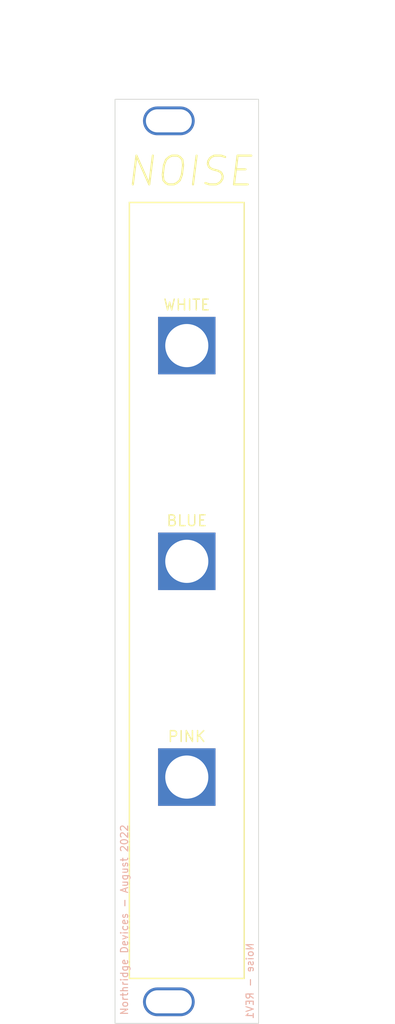
<source format=kicad_pcb>
(kicad_pcb (version 20211014) (generator pcbnew)
  (layers (0 "F.Cu" signal) (31 "B.Cu" signal) (34 "B.Paste" user) (35 "F.Paste" user) (36 "B.SilkS" user "B.Silkscreen") (37 "F.SilkS" user "F.Silkscreen") (38 "B.Mask" user) (39 "F.Mask" user) (44 "Edge.Cuts" user))
  (net 0 "")
  (footprint "Eurorack_Panel_Designs:Panel_Mounting_Hole_Oval" (layer "F.Cu") (at 134.7 161.9)
    (fp_text reference "REF**" hide)
    (fp_text value "Panel_Mounting_Hole_Oval" hide)
    (pad "" thru_hole oval (at 0 0) (size 7.2 4) (drill oval 6.4 3.2) (layers *.Cu *.Mask))
  )
  (footprint "Eurorack_Panel_Designs:3.5MM_Jack_Panel_Output_Plated" (layer "F.Cu") (at 137.2 130.65)
    (fp_text reference "PINK" (at 0 -5.64 unlocked) (layer "F.SilkS") (effects (font (size 1.5 1.5) (thickness 0.2))))
    (fp_text value "3.5MM_Jack_Panel_Output_Plated" hide)
    (pad "" thru_hole rect (at 0 0) (size 8 8) (drill 6) (layers *.Cu *.Mask))
  )
  (footprint "Eurorack_Panel_Designs:3.5MM_Jack_Panel_Output_Plated" (layer "F.Cu") (at 137.2 70.65)
    (fp_text reference "WHITE" (at 0 -5.65 unlocked) (layer "F.SilkS") (effects (font (size 1.5 1.5) (thickness 0.2))))
    (fp_text value "3.5MM_Jack_Panel_Output_Plated" hide)
    (pad "" thru_hole rect (at 0 0) (size 8 8) (drill 6) (layers *.Cu *.Mask))
  )
  (footprint "Eurorack_Panel_Designs:Panel_Mounting_Hole_Oval" (layer "F.Cu") (at 134.7 39.4)
    (fp_text reference "REF**" hide)
    (fp_text value "Panel_Mounting_Hole_Oval" hide)
    (pad "" thru_hole oval (at 0 0) (size 7.2 4) (drill oval 6.4 3.2) (layers *.Cu *.Mask))
  )
  (footprint "Eurorack_Panel_Designs:3.5MM_Jack_Panel_Output_Plated" (layer "F.Cu") (at 137.2 100.65)
    (fp_text reference "BLUE" (at 0 -5.65 unlocked) (layer "F.SilkS") (effects (font (size 1.5 1.5) (thickness 0.2))))
    (fp_text value "3.5MM_Jack_Panel_Output_Plated" hide)
    (pad "" thru_hole rect (at 0 0) (size 8 8) (drill 6) (layers *.Cu *.Mask))
  )
  (gr_rect (start 129.2 50.75) (end 145.2 158.65) (layer "F.SilkS") (width 0.2) (fill none))
  (gr_rect (start 127.2 36.4) (end 147.2 164.9) (layer "Edge.Cuts") (width 0.1) (fill none))
  (gr_text "Northridge Devices - August 2022" (at 128.5 150.5 90) (layer "B.SilkS") (effects (font (size 1 1))))
  (gr_text "Noise - REV1" (at 146 159 90) (layer "B.SilkS") (effects (font (size 1 1)) (justify mirror)))
  (gr_text "NOISE" (at 137.611428 46.4) (layer "F.SilkS") (effects (font (size 4 4) (thickness 0.3) italic)))
)
</source>
